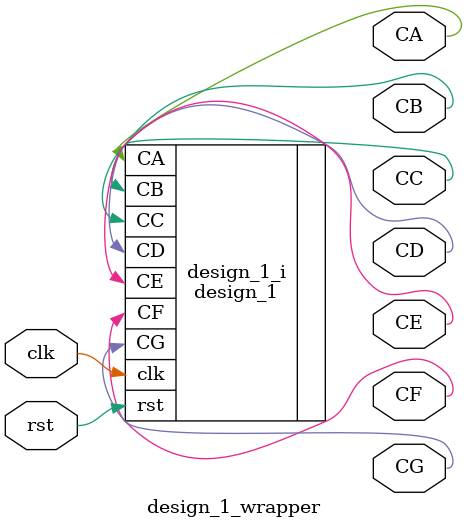
<source format=v>
`timescale 1 ps / 1 ps

module design_1_wrapper
   (CA,
    CB,
    CC,
    CD,
    CE,
    CF,
    CG,
    clk,
    rst);
  output CA;
  output CB;
  output CC;
  output CD;
  output CE;
  output CF;
  output CG;
  input clk;
  input rst;

  wire CA;
  wire CB;
  wire CC;
  wire CD;
  wire CE;
  wire CF;
  wire CG;
  wire clk;
  wire rst;

  design_1 design_1_i
       (.CA(CA),
        .CB(CB),
        .CC(CC),
        .CD(CD),
        .CE(CE),
        .CF(CF),
        .CG(CG),
        .clk(clk),
        .rst(rst));
endmodule

</source>
